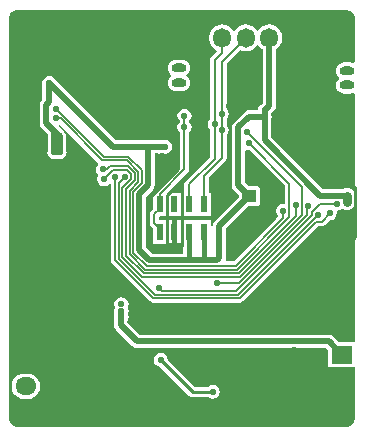
<source format=gbl>
%FSLAX44Y44*%
%MOMM*%
G71*
G01*
G75*
G04 Layer_Physical_Order=2*
G04 Layer_Color=16711680*
%ADD10R,1.0000X0.9000*%
%ADD11R,0.6000X0.6000*%
%ADD12R,0.2800X0.9000*%
%ADD13R,0.9000X0.2800*%
%ADD14R,0.9000X0.8128*%
%ADD15R,0.9000X1.0000*%
%ADD16R,0.6000X0.6000*%
%ADD17O,0.2000X0.6500*%
%ADD18O,0.6500X0.2000*%
%ADD19R,4.7000X4.7000*%
%ADD20R,0.9000X0.8000*%
%ADD21R,2.2000X1.0500*%
%ADD22R,1.1000X1.0000*%
%ADD23R,1.0000X1.5000*%
%ADD24R,1.2500X1.0000*%
%ADD25R,0.6000X1.2000*%
%ADD26R,1.4000X1.1500*%
%ADD27R,0.8128X0.9000*%
%ADD28R,1.0000X0.5500*%
%ADD29R,1.0000X1.1000*%
%ADD30R,1.0500X2.2000*%
%ADD31R,1.2000X0.6000*%
%ADD32O,0.6000X2.0000*%
%ADD33R,1.5000X4.0000*%
%ADD34R,2.2000X1.5500*%
%ADD35R,1.5500X2.2000*%
%ADD36R,1.5240X1.7780*%
G04:AMPARAMS|DCode=37|XSize=1.524mm|YSize=1.778mm|CornerRadius=0mm|HoleSize=0mm|Usage=FLASHONLY|Rotation=0.000|XOffset=0mm|YOffset=0mm|HoleType=Round|Shape=Octagon|*
%AMOCTAGOND37*
4,1,8,-0.3810,0.8890,0.3810,0.8890,0.7620,0.5080,0.7620,-0.5080,0.3810,-0.8890,-0.3810,-0.8890,-0.7620,-0.5080,-0.7620,0.5080,-0.3810,0.8890,0.0*
%
%ADD37OCTAGOND37*%

%ADD38C,0.2540*%
%ADD39C,0.2032*%
%ADD40C,0.1524*%
%ADD41C,0.3810*%
%ADD42C,0.5080*%
%ADD43C,1.0160*%
%ADD44C,0.7620*%
%ADD45C,0.6350*%
%ADD46R,1.1684X1.1430*%
%ADD47O,1.5240X1.6510*%
%ADD48O,1.2700X0.7620*%
%ADD49R,1.7780X1.5240*%
%ADD50O,1.7780X1.5240*%
%ADD51C,0.5588*%
%ADD52R,0.6000X1.4000*%
%ADD53R,1.1470X1.1390*%
G36*
X54871Y57997D02*
X57150Y57544D01*
X57536Y57620D01*
X87301Y27855D01*
Y13019D01*
X86320Y12213D01*
X85852Y12306D01*
X83573Y11853D01*
X81640Y10562D01*
X80349Y8629D01*
X79896Y6350D01*
X80349Y4071D01*
X81640Y2138D01*
X79771Y-660D01*
X43929Y-36501D01*
X37573D01*
X37014Y-35454D01*
X37448Y-33274D01*
Y-8884D01*
X56472Y10140D01*
X62992D01*
X64181Y10377D01*
X65189Y11051D01*
X65863Y12059D01*
X66100Y13248D01*
Y24638D01*
X65863Y25827D01*
X65189Y26835D01*
X64181Y27509D01*
X62992Y27746D01*
X56432D01*
X53703Y30474D01*
Y57430D01*
X54823Y58028D01*
X54871Y57997D01*
D02*
G37*
G36*
X64850Y146893D02*
X66560Y144664D01*
X68471Y143198D01*
Y97864D01*
X66996Y96389D01*
X65892Y95652D01*
X64601Y93719D01*
X64220Y91804D01*
X57150D01*
X54970Y91370D01*
X53121Y90135D01*
X43977Y80991D01*
X42742Y79142D01*
X42309Y76962D01*
Y28114D01*
X42742Y25934D01*
X43977Y24085D01*
X48414Y19648D01*
Y18198D01*
X27721Y-2495D01*
X26486Y-4344D01*
X26062Y-6477D01*
X24798Y-6352D01*
Y-1714D01*
X12702D01*
D01*
D01*
X12702Y-1714D01*
X12298D01*
Y-1714D01*
X932D01*
X932Y-1714D01*
Y-1714D01*
X202Y-1714D01*
D01*
X34Y-1651D01*
X-696Y-1651D01*
X-696Y-1651D01*
Y-1651D01*
X-11804D01*
X-11804Y-1651D01*
Y-1651D01*
X-12700Y-1651D01*
X-12702Y-1714D01*
X-13600Y-1714D01*
X-13600Y-1714D01*
Y-1714D01*
X-18970D01*
Y1586D01*
X-18842Y1714D01*
X-12702D01*
Y1714D01*
X-12702D01*
X-12702Y1714D01*
X-12298D01*
Y1714D01*
X-696D01*
X-696Y1714D01*
Y1714D01*
X-202Y1714D01*
X0D01*
X202D01*
X696Y1714D01*
X696Y1714D01*
Y1714D01*
X12298D01*
Y1714D01*
X12298D01*
X12298Y1714D01*
X12702D01*
Y1714D01*
X24798D01*
Y21810D01*
X22894D01*
Y34560D01*
X36712Y48378D01*
X37610Y49722D01*
X37926Y51308D01*
X37926Y51308D01*
X37926Y51308D01*
Y51308D01*
Y70165D01*
X37994Y70210D01*
X39285Y72143D01*
X39739Y74422D01*
X39285Y76701D01*
X37994Y78634D01*
X37926Y78679D01*
Y84135D01*
X37994Y84180D01*
X39285Y86113D01*
X39739Y88392D01*
X39285Y90671D01*
X37994Y92604D01*
X37926Y92649D01*
Y130806D01*
X49698Y142578D01*
X51383Y141880D01*
X54168Y141513D01*
X56953Y141880D01*
X59548Y142955D01*
X61776Y144664D01*
X63486Y146893D01*
X63533Y147005D01*
X64803D01*
X64850Y146893D01*
D02*
G37*
G36*
X142415Y175831D02*
X144463Y174463D01*
X145831Y172415D01*
X146278Y170167D01*
X146245Y170000D01*
Y131983D01*
X145189Y131277D01*
X144030Y131757D01*
X142240Y131993D01*
X137160D01*
X135370Y131757D01*
X133701Y131066D01*
X132269Y129967D01*
X131170Y128534D01*
X130478Y126866D01*
X130243Y125076D01*
X130478Y123286D01*
X131170Y121617D01*
X132269Y120185D01*
X133212Y119461D01*
Y118191D01*
X132269Y117467D01*
X131170Y116034D01*
X130478Y114366D01*
X130243Y112576D01*
X130478Y110786D01*
X131170Y109117D01*
X132269Y107685D01*
X133701Y106586D01*
X135370Y105894D01*
X137160Y105659D01*
X142240D01*
X144030Y105894D01*
X145189Y106374D01*
X146245Y105669D01*
Y23762D01*
X145042Y23353D01*
X144591Y23941D01*
X143159Y25041D01*
X141490Y25731D01*
X139700Y25967D01*
X137910Y25731D01*
X136241Y25041D01*
X136191Y25001D01*
X119708D01*
X75802Y68908D01*
Y84804D01*
X76061Y86106D01*
X75802Y87408D01*
Y89080D01*
X78197Y91475D01*
X79432Y93324D01*
X79865Y95504D01*
Y143198D01*
X81777Y144664D01*
X83486Y146893D01*
X84561Y149488D01*
X84928Y152273D01*
Y153543D01*
X84561Y156328D01*
X83486Y158923D01*
X81777Y161152D01*
X79548Y162861D01*
X76953Y163936D01*
X74168Y164303D01*
X71383Y163936D01*
X68788Y162861D01*
X66560Y161152D01*
X64850Y158923D01*
X64803Y158811D01*
X63533D01*
X63486Y158923D01*
X61776Y161152D01*
X59548Y162861D01*
X56953Y163936D01*
X54168Y164303D01*
X51383Y163936D01*
X48788Y162861D01*
X46560Y161152D01*
X44850Y158923D01*
X44803Y158811D01*
X43533D01*
X43486Y158923D01*
X41776Y161152D01*
X39548Y162861D01*
X36953Y163936D01*
X34168Y164303D01*
X31383Y163936D01*
X28788Y162861D01*
X26560Y161152D01*
X24850Y158923D01*
X23775Y156328D01*
X23408Y153543D01*
Y152273D01*
X23775Y149488D01*
X24850Y146893D01*
X26560Y144664D01*
X28788Y142955D01*
X29241Y142767D01*
X29489Y141521D01*
X25010Y137042D01*
X24112Y135698D01*
X23796Y134112D01*
Y84013D01*
X23728Y83968D01*
X22437Y82035D01*
X21983Y79756D01*
X22437Y77477D01*
X23728Y75544D01*
X23796Y75499D01*
Y52211D01*
X3320Y31735D01*
X2422Y30391D01*
X2106Y28805D01*
Y21810D01*
X696D01*
X696Y21810D01*
Y21810D01*
X202Y21810D01*
X0D01*
X-202D01*
X-696Y21810D01*
X-696Y21810D01*
Y21810D01*
X-9787D01*
X-10273Y22983D01*
X5216Y38472D01*
X6114Y39816D01*
X6430Y41402D01*
X6430Y41402D01*
X6430Y41402D01*
Y41402D01*
Y73213D01*
X6498Y73258D01*
X7789Y75191D01*
X8242Y77470D01*
X7789Y79749D01*
X6498Y81682D01*
X6430Y81728D01*
Y81728D01*
D01*
X6498Y82656D01*
X7789Y84589D01*
X8242Y86868D01*
X7789Y89148D01*
X6498Y91080D01*
X4565Y92371D01*
X2286Y92824D01*
X7Y92371D01*
X-1926Y91080D01*
X-3217Y89148D01*
X-3670Y86868D01*
X-3217Y84589D01*
X-1926Y82656D01*
X-1858Y82611D01*
X-1858Y82611D01*
D01*
X-1926Y81682D01*
X-3217Y79749D01*
X-3670Y77470D01*
X-3217Y75191D01*
X-1926Y73258D01*
X-1858Y73213D01*
Y43118D01*
X-21680Y23296D01*
X-22578Y21952D01*
X-22606Y21810D01*
X-24798D01*
Y7478D01*
X-26044Y6232D01*
X-26942Y4888D01*
X-27258Y3302D01*
Y-4318D01*
X-27258Y-4318D01*
X-27258D01*
X-26942Y-5904D01*
X-26044Y-7248D01*
X-24798Y-8494D01*
Y-21810D01*
X-13598D01*
X-13598Y-21810D01*
Y-21810D01*
X-12702Y-21810D01*
D01*
X-12702Y-21810D01*
X-12702D01*
X-12700Y-21209D01*
D01*
X-12700Y-21209D01*
X-696Y-21209D01*
X-696Y-21209D01*
Y-21209D01*
X34Y-21209D01*
X202Y-21377D01*
Y-21810D01*
X1200D01*
Y-29862D01*
X-25359D01*
X-30624Y-24597D01*
Y17943D01*
X-24673Y23895D01*
X-23438Y25743D01*
X-23005Y27923D01*
Y55009D01*
X-20272D01*
X-18970Y54750D01*
X-17668Y55009D01*
X-15192D01*
X-13890Y54750D01*
X-11610Y55203D01*
X-9678Y56494D01*
X-8387Y58427D01*
X-7933Y60706D01*
X-8387Y62986D01*
X-9678Y64918D01*
X-11610Y66209D01*
X-13890Y66663D01*
X-15192Y66403D01*
X-17668D01*
X-18970Y66663D01*
X-20272Y66403D01*
X-55552D01*
X-107065Y117916D01*
X-107802Y119020D01*
X-109735Y120311D01*
X-112014Y120765D01*
X-114293Y120311D01*
X-116226Y119020D01*
X-117517Y117087D01*
X-117971Y114808D01*
X-117943Y114669D01*
X-117965Y114554D01*
Y110522D01*
X-118224Y109220D01*
X-117965Y107918D01*
Y100912D01*
X-118583Y100295D01*
X-119818Y98446D01*
X-120252Y96266D01*
Y80518D01*
X-119818Y78338D01*
X-118583Y76489D01*
X-118583Y76489D01*
X-118583Y76489D01*
X-113647Y71554D01*
Y57182D01*
X-113906Y55880D01*
X-113453Y53601D01*
X-112162Y51668D01*
X-110229Y50377D01*
X-107950Y49924D01*
X-106648Y50182D01*
X-104680D01*
X-103378Y49924D01*
X-101099Y50377D01*
X-99166Y51668D01*
X-97875Y53601D01*
X-97422Y55880D01*
X-97681Y57182D01*
Y69342D01*
X-98114Y71522D01*
X-99349Y73371D01*
X-103921Y77943D01*
X-103985Y78006D01*
X-103910Y78766D01*
X-102714Y79194D01*
X-70697Y47176D01*
X-70821Y45912D01*
X-71268Y45614D01*
X-72559Y43681D01*
X-73012Y41402D01*
X-72559Y39123D01*
X-71268Y37190D01*
X-70526Y36695D01*
X-71289Y35553D01*
X-71743Y33274D01*
X-71289Y30995D01*
X-69998Y29062D01*
X-68065Y27771D01*
X-65786Y27318D01*
X-63507Y27771D01*
X-61574Y29062D01*
X-61488Y29191D01*
X-60273Y28822D01*
Y-35268D01*
X-59977Y-36755D01*
X-59135Y-38015D01*
X-26839Y-70311D01*
X-26839D01*
X-26839Y-70311D01*
X-26839Y-70311D01*
Y-70311D01*
X-25579Y-71153D01*
X-24093Y-71449D01*
X49015D01*
X50501Y-71153D01*
X51761Y-70311D01*
X115394Y-6679D01*
X118364D01*
X119851Y-6383D01*
X121111Y-5541D01*
X125090Y-1562D01*
X125476Y-1638D01*
X127755Y-1185D01*
X129688Y106D01*
X130979Y2039D01*
X131433Y4318D01*
X131011Y6437D01*
X131064Y6489D01*
X133343Y6943D01*
X135276Y8234D01*
X135525Y8275D01*
X136241Y7725D01*
X137910Y7035D01*
X139700Y6799D01*
X141490Y7035D01*
X143159Y7725D01*
X144591Y8825D01*
X145042Y9413D01*
X146245Y9004D01*
Y-104902D01*
X133279D01*
X128489Y-100111D01*
X126640Y-98876D01*
X124460Y-98442D01*
X-35486D01*
X-46118Y-87810D01*
Y-86695D01*
X-45551Y-85845D01*
X-45097Y-83566D01*
X-45551Y-81287D01*
X-45810Y-80899D01*
X-45551Y-80511D01*
X-45097Y-78232D01*
X-45551Y-75953D01*
X-45895Y-75438D01*
X-45551Y-74924D01*
X-45097Y-72644D01*
X-45551Y-70365D01*
X-46842Y-68432D01*
X-48775Y-67141D01*
X-51054Y-66688D01*
X-53333Y-67141D01*
X-55266Y-68432D01*
X-56557Y-70365D01*
X-57010Y-72644D01*
X-56557Y-74924D01*
X-56213Y-75438D01*
X-56557Y-75953D01*
X-56651Y-76426D01*
X-57080Y-77068D01*
X-57513Y-79248D01*
Y-90170D01*
X-57080Y-92350D01*
X-55845Y-94199D01*
X-55845Y-94199D01*
X-55845Y-94199D01*
X-41875Y-108169D01*
X-40026Y-109404D01*
X-37846Y-109838D01*
X122100D01*
X123952Y-111689D01*
Y-126238D01*
X146245D01*
Y-170000D01*
X146278Y-170167D01*
X145831Y-172415D01*
X144463Y-174463D01*
X142415Y-175831D01*
X140167Y-176278D01*
X140000Y-176245D01*
X-140000D01*
X-140167Y-176278D01*
X-142415Y-175831D01*
X-144463Y-174463D01*
X-145831Y-172415D01*
X-146278Y-170167D01*
X-146245Y-170000D01*
D01*
Y-170000D01*
Y-170000D01*
Y170000D01*
X-146278Y170167D01*
X-145831Y172415D01*
X-144463Y174463D01*
X-142415Y175831D01*
X-140167Y176278D01*
X-140000Y176245D01*
X140000D01*
X140167Y176278D01*
X142415Y175831D01*
D02*
G37*
%LPC*%
G36*
X-130810Y-131480D02*
X-133350D01*
X-136135Y-131847D01*
X-138730Y-132921D01*
X-140958Y-134632D01*
X-142669Y-136860D01*
X-143743Y-139455D01*
X-144110Y-142240D01*
X-143743Y-145025D01*
X-142669Y-147620D01*
X-140958Y-149848D01*
X-138730Y-151559D01*
X-136135Y-152633D01*
X-133350Y-153000D01*
X-130810D01*
X-128025Y-152633D01*
X-125430Y-151559D01*
X-123202Y-149848D01*
X-121491Y-147620D01*
X-120417Y-145025D01*
X-120050Y-142240D01*
X-120417Y-139455D01*
X-121491Y-136860D01*
X-123202Y-134632D01*
X-125430Y-132921D01*
X-128025Y-131847D01*
X-130810Y-131480D01*
D02*
G37*
G36*
X-17780Y-113932D02*
X-20059Y-114385D01*
X-21992Y-115676D01*
X-23283Y-117609D01*
X-23737Y-119888D01*
X-23283Y-122167D01*
X-21992Y-124100D01*
X-20059Y-125391D01*
X-18117Y-125778D01*
X6078Y-149972D01*
X6078Y-149973D01*
X7033Y-150610D01*
X7507Y-150927D01*
X9191Y-151262D01*
X9192Y-151262D01*
X22327D01*
X23974Y-152362D01*
X26253Y-152816D01*
X28533Y-152362D01*
X30465Y-151071D01*
X31756Y-149139D01*
X32210Y-146860D01*
X31756Y-144580D01*
X30465Y-142648D01*
X28533Y-141356D01*
X26253Y-140903D01*
X23974Y-141356D01*
X22327Y-142457D01*
X11015D01*
X-11890Y-119551D01*
X-12277Y-117609D01*
X-13568Y-115676D01*
X-15501Y-114385D01*
X-17780Y-113932D01*
D02*
G37*
G36*
X0Y134171D02*
X-5080D01*
X-6870Y133935D01*
X-8539Y133244D01*
X-9971Y132145D01*
X-11070Y130713D01*
X-11761Y129044D01*
X-11997Y127254D01*
X-11761Y125464D01*
X-11070Y123795D01*
X-9971Y122363D01*
X-9028Y121639D01*
Y120369D01*
X-9971Y119645D01*
X-11070Y118213D01*
X-11761Y116544D01*
X-11997Y114754D01*
X-11761Y112964D01*
X-11070Y111295D01*
X-9971Y109863D01*
X-8539Y108764D01*
X-6870Y108073D01*
X-5080Y107837D01*
X0D01*
X1790Y108073D01*
X3459Y108764D01*
X4891Y109863D01*
X5990Y111295D01*
X6682Y112964D01*
X6917Y114754D01*
X6682Y116544D01*
X5990Y118213D01*
X4891Y119645D01*
X3948Y120369D01*
Y121639D01*
X4891Y122363D01*
X5990Y123795D01*
X6682Y125464D01*
X6917Y127254D01*
X6682Y129044D01*
X5990Y130713D01*
X4891Y132145D01*
X3459Y133244D01*
X1790Y133935D01*
X0Y134171D01*
D02*
G37*
%LPD*%
D38*
X-3048Y42164D02*
Y52832D01*
X-27178Y18034D02*
X-3048Y42164D01*
X-12700Y20066D02*
X9652Y42418D01*
X-12700Y-25654D02*
Y20066D01*
X-508Y-24384D02*
X202Y-23674D01*
Y24690D01*
X-508Y25400D02*
X202Y24690D01*
X146304Y-16002D02*
Y26162D01*
X143764Y-18542D02*
X146304Y-16002D01*
X142494Y29972D02*
X146304Y26162D01*
X9191Y-146860D02*
X26253D01*
X-17780Y-119888D02*
X9191Y-146860D01*
X143764Y-24384D02*
Y-18542D01*
D39*
X-23114Y3302D02*
X-18750Y7666D01*
X-23114Y-4318D02*
Y3302D01*
Y-4318D02*
X-18750Y-8682D01*
Y-11762D02*
Y-8682D01*
Y7666D02*
Y11762D01*
X2286Y41402D02*
Y77470D01*
X-18750Y20366D02*
X2286Y41402D01*
X-18750Y11762D02*
Y20366D01*
X34168Y140340D02*
Y152908D01*
X27940Y134112D02*
X34168Y140340D01*
X27940Y79756D02*
Y134112D01*
X33782Y132522D02*
X54168Y152908D01*
X33782Y88392D02*
Y132522D01*
Y74422D02*
Y88392D01*
X2286Y77470D02*
Y86868D01*
X27940Y50495D02*
Y79756D01*
X6250Y28805D02*
X27940Y50495D01*
X33782Y51308D02*
Y74422D01*
X-6250Y-11762D02*
Y-7012D01*
X18750Y36276D02*
X33782Y51308D01*
X6250Y11762D02*
Y28805D01*
X18750Y11762D02*
Y36276D01*
X-112268Y114554D02*
X-112014Y114808D01*
D40*
X85852Y6350D02*
Y7620D01*
Y-72D02*
Y6350D01*
X29718Y-54610D02*
X48556D01*
X118364Y-2794D02*
X125476Y4318D01*
X113785Y-2794D02*
X118364D01*
X49015Y-67564D02*
X113785Y-2794D01*
X-24093Y-67564D02*
X49015D01*
X47752Y-64516D02*
X115062Y2794D01*
X-22830Y-64516D02*
X47752D01*
X46009Y-61468D02*
X109982Y2505D01*
X-16510Y-61468D02*
X46009D01*
X-19304Y-58674D02*
X-16510Y-61468D01*
X109982Y2505D02*
Y5080D01*
X105664Y8636D02*
X107188Y10160D01*
X105664Y2498D02*
Y8636D01*
X48556Y-54610D02*
X105664Y2498D01*
X109982Y5080D02*
X117348Y12446D01*
X131064D01*
X54864Y73329D02*
X101854Y26339D01*
X49326Y-49530D02*
X101854Y2998D01*
Y26339D01*
X-33505Y-49530D02*
X49326D01*
X45538Y-40386D02*
X85852Y-72D01*
X-29718Y-40386D02*
X45538D01*
X91186Y951D02*
Y29464D01*
X46801Y-43434D02*
X91186Y951D01*
X-30981Y-43434D02*
X46801D01*
X96774Y2229D02*
Y10922D01*
X48063Y-46482D02*
X96774Y2229D01*
X-32243Y-46482D02*
X48063D01*
X-41148Y-28956D02*
X-29718Y-40386D01*
X-44196Y-30219D02*
X-30981Y-43434D01*
X-47244Y-31481D02*
X-32243Y-46482D01*
X-50292Y-32743D02*
X-33505Y-49530D01*
X57150Y63500D02*
X91186Y29464D01*
X-56388Y-35268D02*
X-24093Y-67564D01*
X-53340Y-34006D02*
X-22830Y-64516D01*
X-60960Y43942D02*
X-45401D01*
X-63500Y41402D02*
X-60960Y43942D01*
X-67056Y41402D02*
X-63500D01*
X-65786Y33274D02*
X-58166Y40894D01*
X-45401Y43942D02*
X-39878Y38419D01*
X-58166Y40894D02*
X-46664D01*
X-42926Y37156D01*
X-45162Y52324D02*
X-33782Y40944D01*
X-46425Y49276D02*
X-36830Y39681D01*
X-106426Y92710D02*
X-66040Y52324D01*
X-106426Y84582D02*
X-102608D01*
X-67302Y49276D01*
X-66040Y52324D02*
X-45162D01*
X-67302Y49276D02*
X-46425D01*
X-56388Y-35268D02*
Y35306D01*
X-53340Y-34006D02*
Y30226D01*
X-48260Y35306D01*
X-50292Y-32743D02*
Y26090D01*
X-43180Y33202D01*
Y36902D01*
X-42926Y37156D01*
X-47244Y-31481D02*
Y24827D01*
X-39878Y32193D01*
Y38419D01*
X-44196Y-30219D02*
Y23565D01*
X-36830Y30931D01*
Y39681D01*
X-41148Y-28956D02*
Y22302D01*
X-33782Y29668D01*
Y40944D01*
D41*
X-6250Y-7012D02*
Y-1734D01*
X18750Y-35560D02*
Y-11762D01*
X6250Y-35560D02*
X18750D01*
X6250D02*
Y-11762D01*
X-6250Y-24992D02*
Y-11762D01*
D42*
X70104Y86106D02*
Y91440D01*
Y66548D02*
Y86106D01*
X57150D02*
X70104D01*
X48006Y76962D02*
X57150Y86106D01*
X48006Y28114D02*
Y76962D01*
X70104Y91440D02*
X74168Y95504D01*
Y152908D01*
X70104Y66548D02*
X117348Y19304D01*
X139446D01*
X31750Y-33274D02*
Y-6524D01*
X29464Y-35560D02*
X31750Y-33274D01*
X-27719Y-35560D02*
X29464D01*
X31750Y-6524D02*
X54530Y16256D01*
X48006Y28114D02*
X54530Y21590D01*
X-51816Y-90170D02*
Y-79248D01*
Y-90170D02*
X-37846Y-104140D01*
X-28702Y60706D02*
X-13890D01*
X-57912D02*
X-28702D01*
X-36322Y-26957D02*
X-27719Y-35560D01*
X-36322Y-26957D02*
Y20303D01*
X-28702Y27923D01*
Y60706D01*
X139446Y19304D02*
X139700Y19050D01*
X-13890Y60706D02*
X-13890Y60706D01*
X-107950Y73914D02*
X-103378Y69342D01*
X-114554Y80518D02*
X-107950Y73914D01*
X-103378Y55880D02*
Y69342D01*
X-107950Y55880D02*
Y73914D01*
Y55880D02*
X-107950Y55880D01*
X-103378D01*
X-114554Y80518D02*
Y96266D01*
X-112014Y114808D02*
X-57912Y60706D01*
X-114554Y96266D02*
X-112268Y98552D01*
Y114554D01*
X-37846Y-104140D02*
X124460D01*
X135890Y-115570D01*
D44*
X139700Y13716D02*
Y19050D01*
D47*
X74168Y152908D02*
D03*
X54168D02*
D03*
X34168D02*
D03*
X14168D02*
D03*
D48*
X-2540Y102254D02*
D03*
Y114754D02*
D03*
Y127254D02*
D03*
X139700Y125076D02*
D03*
Y112576D02*
D03*
Y100076D02*
D03*
D49*
X135890Y-115570D02*
D03*
X-132080Y-167640D02*
D03*
D50*
X135890Y-140970D02*
D03*
X-132080Y-142240D02*
D03*
D51*
X-94488Y53086D02*
D03*
X-118364Y48514D02*
D03*
X-112268Y46228D02*
D03*
X-83820Y166370D02*
D03*
X-79502Y156464D02*
D03*
X-22860Y114808D02*
D03*
X-29972Y114554D02*
D03*
X-19812Y40894D02*
D03*
X-7366Y-94996D02*
D03*
X-254D02*
D03*
X6604D02*
D03*
X13716D02*
D03*
X48768Y-74930D02*
D03*
X56388Y-71120D02*
D03*
X38608Y-86106D02*
D03*
X47752Y-86360D02*
D03*
X115062Y-28956D02*
D03*
X121920Y-29464D02*
D03*
X94488Y-48514D02*
D03*
Y-41910D02*
D03*
Y-35306D02*
D03*
X99568Y-93980D02*
D03*
X50292Y-2794D02*
D03*
X57658Y-18034D02*
D03*
X15494Y50546D02*
D03*
Y56388D02*
D03*
X40132Y94742D02*
D03*
X2286Y86868D02*
D03*
Y77470D02*
D03*
X59944Y16256D02*
D03*
Y21590D02*
D03*
X54530Y16256D02*
D03*
Y21590D02*
D03*
X33782Y74422D02*
D03*
X-19304Y-58674D02*
D03*
X29718Y-54610D02*
D03*
X107188Y10160D02*
D03*
X139700Y19050D02*
D03*
Y13716D02*
D03*
X27940Y79756D02*
D03*
X33782Y88392D02*
D03*
X56388Y54102D02*
D03*
X70104Y86106D02*
D03*
Y91440D02*
D03*
X-112268Y109220D02*
D03*
X-107950Y55880D02*
D03*
X-18970Y60706D02*
D03*
X-13890D02*
D03*
X-93472Y23114D02*
D03*
X-93726Y30734D02*
D03*
X-143510Y36322D02*
D03*
X-119888Y-95504D02*
D03*
X-67056Y-91694D02*
D03*
X-69850Y-103632D02*
D03*
Y-112776D02*
D03*
X107442Y-67564D02*
D03*
X135636Y-69850D02*
D03*
X129540D02*
D03*
X93218Y-93980D02*
D03*
X86360D02*
D03*
X132588Y-32766D02*
D03*
X127254Y-32512D02*
D03*
X94996Y-142240D02*
D03*
Y-134620D02*
D03*
Y-111760D02*
D03*
Y-119380D02*
D03*
Y-127000D02*
D03*
X45720Y-172761D02*
D03*
X38100Y-172720D02*
D03*
X30480Y-172761D02*
D03*
X22860D02*
D03*
X15240Y-172720D02*
D03*
X7620Y-172761D02*
D03*
X0D02*
D03*
X-7620D02*
D03*
X-15240D02*
D03*
X-22860D02*
D03*
X-30480D02*
D03*
X-38100Y-172720D02*
D03*
X-45720Y-172761D02*
D03*
X-53340D02*
D03*
X-60960D02*
D03*
X-68580D02*
D03*
X143764Y-24384D02*
D03*
X119380Y40640D02*
D03*
Y48260D02*
D03*
X111760D02*
D03*
X96520Y63500D02*
D03*
X104140D02*
D03*
X111760D02*
D03*
X119380D02*
D03*
Y55880D02*
D03*
X111760D02*
D03*
X104140D02*
D03*
X134620Y142160D02*
D03*
X125650Y156972D02*
D03*
X95932D02*
D03*
X114126D02*
D03*
X104902Y142668D02*
D03*
X99140Y132414D02*
D03*
X92456Y125730D02*
D03*
X105664Y115824D02*
D03*
X55626Y130810D02*
D03*
X44450Y124714D02*
D03*
X26253Y-146860D02*
D03*
X-17780Y-119888D02*
D03*
X96774Y10922D02*
D03*
X85852Y6350D02*
D03*
X115062Y2794D02*
D03*
X125476Y4318D02*
D03*
X131064Y12446D02*
D03*
X57150Y63500D02*
D03*
X54864Y73329D02*
D03*
X-48260Y35306D02*
D03*
X-56388D02*
D03*
X-67056Y41402D02*
D03*
X-65786Y33274D02*
D03*
X-106426Y92710D02*
D03*
Y84582D02*
D03*
X-103378Y55880D02*
D03*
X-112014Y114808D02*
D03*
X-110744Y157480D02*
D03*
X-121920Y151384D02*
D03*
X-67390Y150702D02*
D03*
X-73914Y164338D02*
D03*
X-43180Y166624D02*
D03*
X-27180Y159004D02*
D03*
Y150114D02*
D03*
X-44450Y138684D02*
D03*
X-121840Y115236D02*
D03*
X-121920Y105744D02*
D03*
X-62230Y82550D02*
D03*
Y90170D02*
D03*
Y97790D02*
D03*
X-54610Y82550D02*
D03*
Y90170D02*
D03*
Y97790D02*
D03*
X-69850Y90170D02*
D03*
Y97790D02*
D03*
X-77470D02*
D03*
X-54610Y74930D02*
D03*
X-143764Y45720D02*
D03*
X-142574Y27940D02*
D03*
X-96774Y12700D02*
D03*
X-104140Y12700D02*
D03*
X-51054Y-83566D02*
D03*
Y-78232D02*
D03*
Y-72644D02*
D03*
X-8890Y-116840D02*
D03*
X45720Y-114300D02*
D03*
Y-120650D02*
D03*
Y-127000D02*
D03*
D52*
X18750Y-11762D02*
D03*
X6250D02*
D03*
X-6250D02*
D03*
X-18750D02*
D03*
X18750Y11762D02*
D03*
X-18750D02*
D03*
X-6250D02*
D03*
X6250D02*
D03*
D53*
X57257Y18943D02*
D03*
M02*

</source>
